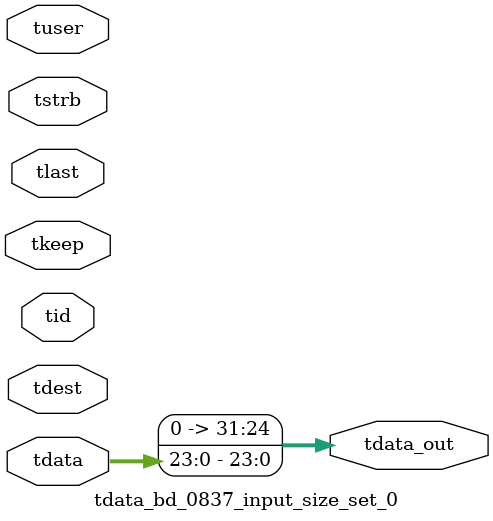
<source format=v>


`timescale 1ps/1ps

module tdata_bd_0837_input_size_set_0 #
(
parameter C_S_AXIS_TDATA_WIDTH = 32,
parameter C_S_AXIS_TUSER_WIDTH = 0,
parameter C_S_AXIS_TID_WIDTH   = 0,
parameter C_S_AXIS_TDEST_WIDTH = 0,
parameter C_M_AXIS_TDATA_WIDTH = 32
)
(
input  [(C_S_AXIS_TDATA_WIDTH == 0 ? 1 : C_S_AXIS_TDATA_WIDTH)-1:0     ] tdata,
input  [(C_S_AXIS_TUSER_WIDTH == 0 ? 1 : C_S_AXIS_TUSER_WIDTH)-1:0     ] tuser,
input  [(C_S_AXIS_TID_WIDTH   == 0 ? 1 : C_S_AXIS_TID_WIDTH)-1:0       ] tid,
input  [(C_S_AXIS_TDEST_WIDTH == 0 ? 1 : C_S_AXIS_TDEST_WIDTH)-1:0     ] tdest,
input  [(C_S_AXIS_TDATA_WIDTH/8)-1:0 ] tkeep,
input  [(C_S_AXIS_TDATA_WIDTH/8)-1:0 ] tstrb,
input                                                                    tlast,
output [C_M_AXIS_TDATA_WIDTH-1:0] tdata_out
);

assign tdata_out = {tdata[23:0]};

endmodule


</source>
